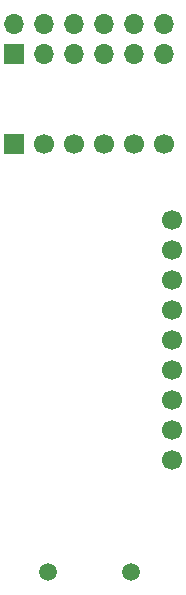
<source format=gbs>
G04 #@! TF.GenerationSoftware,KiCad,Pcbnew,6.0.9-8da3e8f707~116~ubuntu20.04.1*
G04 #@! TF.CreationDate,2022-12-23T11:35:35+01:00*
G04 #@! TF.ProjectId,pcm_dac,70636d5f-6461-4632-9e6b-696361645f70,rev?*
G04 #@! TF.SameCoordinates,Original*
G04 #@! TF.FileFunction,Soldermask,Bot*
G04 #@! TF.FilePolarity,Negative*
%FSLAX46Y46*%
G04 Gerber Fmt 4.6, Leading zero omitted, Abs format (unit mm)*
G04 Created by KiCad (PCBNEW 6.0.9-8da3e8f707~116~ubuntu20.04.1) date 2022-12-23 11:35:35*
%MOMM*%
%LPD*%
G01*
G04 APERTURE LIST*
%ADD10C,1.500000*%
%ADD11R,1.700000X1.700000*%
%ADD12O,1.700000X1.700000*%
%ADD13C,1.700000*%
G04 APERTURE END LIST*
D10*
X131775000Y-107315000D03*
X124775000Y-107315000D03*
D11*
X121920000Y-63500000D03*
D12*
X121920000Y-60960000D03*
X124460000Y-63500000D03*
X124460000Y-60960000D03*
X127000000Y-63500000D03*
X127000000Y-60960000D03*
X129540000Y-63500000D03*
X129540000Y-60960000D03*
X132080000Y-63500000D03*
X132080000Y-60960000D03*
X134620000Y-63500000D03*
X134620000Y-60960000D03*
D11*
X121920000Y-71120000D03*
D13*
X124460000Y-71120000D03*
X127000000Y-71120000D03*
X129540000Y-71120000D03*
X132080000Y-71120000D03*
X134620000Y-71120000D03*
X135220000Y-77520000D03*
X135220000Y-80060000D03*
X135220000Y-82600000D03*
X135220000Y-85140000D03*
X135220000Y-87680000D03*
X135220000Y-90220000D03*
X135220000Y-92760000D03*
X135220000Y-95300000D03*
X135220000Y-97840000D03*
M02*

</source>
